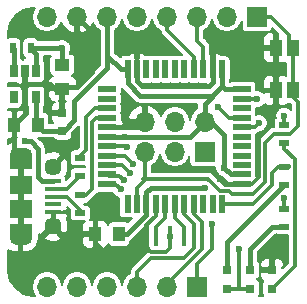
<source format=gbr>
G04 #@! TF.FileFunction,Copper,L1,Top,Signal*
%FSLAX46Y46*%
G04 Gerber Fmt 4.6, Leading zero omitted, Abs format (unit mm)*
G04 Created by KiCad (PCBNEW 4.0.7) date 08/21/18 22:00:11*
%MOMM*%
%LPD*%
G01*
G04 APERTURE LIST*
%ADD10C,0.100000*%
%ADD11R,0.800000X0.800000*%
%ADD12R,0.400000X1.800000*%
%ADD13R,1.050000X1.400000*%
%ADD14R,1.250000X1.000000*%
%ADD15R,0.750000X0.800000*%
%ADD16R,1.000000X1.250000*%
%ADD17R,1.700000X1.700000*%
%ADD18O,1.700000X1.700000*%
%ADD19R,0.900000X0.500000*%
%ADD20R,0.500000X0.900000*%
%ADD21R,1.500000X0.550000*%
%ADD22R,0.550000X1.500000*%
%ADD23R,0.650000X1.060000*%
%ADD24R,1.900000X1.500000*%
%ADD25C,1.450000*%
%ADD26R,1.350000X0.400000*%
%ADD27O,1.900000X1.200000*%
%ADD28R,1.900000X1.200000*%
%ADD29C,0.600000*%
%ADD30C,0.406400*%
%ADD31C,0.304800*%
%ADD32C,0.250000*%
%ADD33C,0.200000*%
G04 APERTURE END LIST*
D10*
D11*
X161290000Y-110655000D03*
X161290000Y-109055000D03*
D12*
X157664000Y-106172000D03*
X156464000Y-106172000D03*
X155264000Y-106172000D03*
D13*
X166841000Y-90275000D03*
X166841000Y-93875000D03*
X165416000Y-90275000D03*
X165416000Y-93875000D03*
D14*
X147320000Y-91710000D03*
X147320000Y-93710000D03*
D15*
X147320000Y-95770000D03*
X147320000Y-97270000D03*
D16*
X152130000Y-106045000D03*
X150130000Y-106045000D03*
X145272000Y-96774000D03*
X143272000Y-96774000D03*
D17*
X159385000Y-99060000D03*
D18*
X159385000Y-96520000D03*
X156845000Y-99060000D03*
X156845000Y-96520000D03*
X154305000Y-99060000D03*
X154305000Y-96520000D03*
D11*
X163195000Y-110655000D03*
X163195000Y-109055000D03*
X165100000Y-110655000D03*
X165100000Y-109055000D03*
D17*
X158750000Y-110490000D03*
D18*
X156210000Y-110490000D03*
X153670000Y-110490000D03*
X151130000Y-110490000D03*
X148590000Y-110490000D03*
X146050000Y-110490000D03*
D17*
X163830000Y-87630000D03*
D18*
X161290000Y-87630000D03*
X158750000Y-87630000D03*
X156210000Y-87630000D03*
X153670000Y-87630000D03*
X151130000Y-87630000D03*
X148590000Y-87630000D03*
X146050000Y-87630000D03*
D19*
X166116000Y-100342000D03*
X166116000Y-101842000D03*
X166116000Y-103898000D03*
X166116000Y-105398000D03*
X148844000Y-102755000D03*
X148844000Y-104255000D03*
X148844000Y-99580000D03*
X148844000Y-101080000D03*
X166116000Y-98286000D03*
X166116000Y-96786000D03*
D20*
X143141000Y-90297000D03*
X144641000Y-90297000D03*
D21*
X151145000Y-93790000D03*
X151145000Y-94590000D03*
X151145000Y-95390000D03*
X151145000Y-96190000D03*
X151145000Y-96990000D03*
X151145000Y-97790000D03*
X151145000Y-98590000D03*
X151145000Y-99390000D03*
X151145000Y-100190000D03*
X151145000Y-100990000D03*
X151145000Y-101790000D03*
D22*
X152845000Y-103490000D03*
X153645000Y-103490000D03*
X154445000Y-103490000D03*
X155245000Y-103490000D03*
X156045000Y-103490000D03*
X156845000Y-103490000D03*
X157645000Y-103490000D03*
X158445000Y-103490000D03*
X159245000Y-103490000D03*
X160045000Y-103490000D03*
X160845000Y-103490000D03*
D21*
X162545000Y-101790000D03*
X162545000Y-100990000D03*
X162545000Y-100190000D03*
X162545000Y-99390000D03*
X162545000Y-98590000D03*
X162545000Y-97790000D03*
X162545000Y-96990000D03*
X162545000Y-96190000D03*
X162545000Y-95390000D03*
X162545000Y-94590000D03*
X162545000Y-93790000D03*
D22*
X160845000Y-92090000D03*
X160045000Y-92090000D03*
X159245000Y-92090000D03*
X158445000Y-92090000D03*
X157645000Y-92090000D03*
X156845000Y-92090000D03*
X156045000Y-92090000D03*
X155245000Y-92090000D03*
X154445000Y-92090000D03*
X153645000Y-92090000D03*
X152845000Y-92090000D03*
D23*
X145095000Y-92245000D03*
X144145000Y-92245000D03*
X143195000Y-92245000D03*
X143195000Y-94445000D03*
X145095000Y-94445000D03*
D24*
X143795000Y-103870000D03*
D25*
X146495000Y-100370000D03*
D26*
X146495000Y-102220000D03*
X146495000Y-101570000D03*
X146495000Y-104170000D03*
X146495000Y-103520000D03*
X146495000Y-102870000D03*
D25*
X146495000Y-105370000D03*
D24*
X143795000Y-101870000D03*
D27*
X143795000Y-99370000D03*
X143795000Y-106370000D03*
D28*
X143795000Y-105770000D03*
X143795000Y-99970000D03*
D29*
X160655000Y-101346000D03*
X164592000Y-107315000D03*
X153289000Y-106807000D03*
X147320000Y-94869000D03*
X155067000Y-93472000D03*
X152781000Y-98679000D03*
X163830000Y-94615000D03*
X166116000Y-96012000D03*
X160528000Y-95250000D03*
X163957000Y-96647000D03*
X160020000Y-105156000D03*
X153035000Y-100838000D03*
X152527000Y-101473000D03*
X152273000Y-102235000D03*
X153289000Y-100076000D03*
X166116000Y-102997000D03*
X147320000Y-90297000D03*
X161036000Y-100457000D03*
X162306000Y-107315000D03*
X152654000Y-97790000D03*
X159385000Y-102108000D03*
X144145000Y-98171000D03*
D30*
X162545000Y-101790000D02*
X161099000Y-101790000D01*
X161099000Y-101790000D02*
X160655000Y-101346000D01*
D31*
X165100000Y-109055000D02*
X165100000Y-107823000D01*
X165100000Y-107823000D02*
X164592000Y-107315000D01*
X153289000Y-106807000D02*
X154432000Y-106807000D01*
D30*
X147320000Y-93710000D02*
X146669000Y-93710000D01*
X146304000Y-93345000D02*
X144145000Y-93345000D01*
X146669000Y-93710000D02*
X146304000Y-93345000D01*
X160045000Y-92090000D02*
X160045000Y-90526000D01*
X160296000Y-90275000D02*
X165416000Y-90275000D01*
X160045000Y-90526000D02*
X160296000Y-90275000D01*
D31*
X162545000Y-101790000D02*
X163386000Y-101790000D01*
X165416000Y-95442000D02*
X165416000Y-93875000D01*
X164973000Y-95885000D02*
X165416000Y-95442000D01*
X164973000Y-96774000D02*
X164973000Y-95885000D01*
X163957000Y-97790000D02*
X164973000Y-96774000D01*
X163957000Y-101219000D02*
X163957000Y-97790000D01*
X163386000Y-101790000D02*
X163957000Y-101219000D01*
X165416000Y-90275000D02*
X165416000Y-93875000D01*
D30*
X155067000Y-93472000D02*
X159766000Y-93472000D01*
X160045000Y-93193000D02*
X160045000Y-92090000D01*
X159766000Y-93472000D02*
X160045000Y-93193000D01*
X153670000Y-93091000D02*
X153670000Y-92115000D01*
X154051000Y-93472000D02*
X153670000Y-93091000D01*
X155067000Y-93472000D02*
X154051000Y-93472000D01*
X153670000Y-92115000D02*
X153645000Y-92090000D01*
D31*
X150130000Y-106045000D02*
X150130000Y-106696000D01*
X153924000Y-107696000D02*
X154432000Y-107188000D01*
X151130000Y-107696000D02*
X153924000Y-107696000D01*
X150130000Y-106696000D02*
X151130000Y-107696000D01*
D30*
X150130000Y-106045000D02*
X147170000Y-106045000D01*
X147170000Y-106045000D02*
X146495000Y-105370000D01*
D31*
X156464000Y-106172000D02*
X156464000Y-107188000D01*
X156464000Y-107188000D02*
X156083000Y-107569000D01*
X156083000Y-107569000D02*
X154813000Y-107569000D01*
X154813000Y-107569000D02*
X154432000Y-107188000D01*
X155245000Y-104470000D02*
X155245000Y-103490000D01*
X154432000Y-105283000D02*
X155245000Y-104470000D01*
X154432000Y-106172000D02*
X154432000Y-105283000D01*
X154432000Y-107188000D02*
X154432000Y-106807000D01*
X154432000Y-106807000D02*
X154432000Y-106172000D01*
D30*
X151145000Y-96990000D02*
X153835000Y-96990000D01*
D31*
X153835000Y-96990000D02*
X154305000Y-96520000D01*
D30*
X146495000Y-104170000D02*
X146495000Y-105370000D01*
X143795000Y-99370000D02*
X143795000Y-106370000D01*
X143272000Y-96774000D02*
X143272000Y-98847000D01*
X143272000Y-98847000D02*
X143795000Y-99370000D01*
X144145000Y-92245000D02*
X144145000Y-93345000D01*
X144145000Y-93345000D02*
X144145000Y-95901000D01*
X144145000Y-95901000D02*
X143272000Y-96774000D01*
X147320000Y-93710000D02*
X147320000Y-94869000D01*
X147320000Y-94869000D02*
X147320000Y-95770000D01*
X149606000Y-92583000D02*
X148590000Y-93599000D01*
X148590000Y-87630000D02*
X149860000Y-88900000D01*
X149860000Y-92329000D02*
X149860000Y-88900000D01*
X149606000Y-92583000D02*
X149860000Y-92329000D01*
X148590000Y-93599000D02*
X147431000Y-93599000D01*
X147431000Y-93599000D02*
X147320000Y-93710000D01*
X147320000Y-93710000D02*
X147463000Y-93710000D01*
X143272000Y-96774000D02*
X143272000Y-96758000D01*
D31*
X152692000Y-98590000D02*
X152781000Y-98679000D01*
X151145000Y-98590000D02*
X152692000Y-98590000D01*
X166116000Y-96786000D02*
X166116000Y-96012000D01*
X163805000Y-94590000D02*
X162545000Y-94590000D01*
X163830000Y-94615000D02*
X163805000Y-94590000D01*
X162545000Y-96190000D02*
X161468000Y-96190000D01*
X161468000Y-96190000D02*
X160528000Y-95250000D01*
X158750000Y-110490000D02*
X158750000Y-108585000D01*
X163614000Y-96990000D02*
X162545000Y-96990000D01*
X163957000Y-96647000D02*
X163614000Y-96990000D01*
X160020000Y-107315000D02*
X160020000Y-105156000D01*
X158750000Y-108585000D02*
X160020000Y-107315000D01*
X157645000Y-103490000D02*
X157645000Y-104305000D01*
X153670000Y-109220000D02*
X153670000Y-110490000D01*
X154813000Y-108077000D02*
X153670000Y-109220000D01*
X157607000Y-108077000D02*
X154813000Y-108077000D01*
X158496000Y-107188000D02*
X157607000Y-108077000D01*
X158496000Y-105156000D02*
X158496000Y-107188000D01*
X157645000Y-104305000D02*
X158496000Y-105156000D01*
X156210000Y-110490000D02*
X156210000Y-110236000D01*
X156210000Y-110236000D02*
X159131000Y-107315000D01*
X159131000Y-107315000D02*
X159131000Y-105029000D01*
X159131000Y-105029000D02*
X158445000Y-104343000D01*
X158445000Y-104343000D02*
X158445000Y-103490000D01*
X159245000Y-92090000D02*
X159245000Y-90157000D01*
X158750000Y-89662000D02*
X158750000Y-87630000D01*
X159245000Y-90157000D02*
X158750000Y-89662000D01*
X158445000Y-92090000D02*
X158445000Y-91008000D01*
X156210000Y-88773000D02*
X156210000Y-87630000D01*
X158445000Y-91008000D02*
X156210000Y-88773000D01*
X152159000Y-100190000D02*
X151145000Y-100190000D01*
X152387000Y-100190000D02*
X152159000Y-100190000D01*
X153035000Y-100838000D02*
X152387000Y-100190000D01*
X152527000Y-101473000D02*
X152146000Y-101092000D01*
X152146000Y-101092000D02*
X151247000Y-101092000D01*
X151247000Y-101092000D02*
X151145000Y-100990000D01*
X152502000Y-101498000D02*
X152527000Y-101473000D01*
X152273000Y-102235000D02*
X151892000Y-101854000D01*
X151892000Y-101854000D02*
X151209000Y-101854000D01*
X151209000Y-101854000D02*
X151145000Y-101790000D01*
X146495000Y-102870000D02*
X147701000Y-102870000D01*
X147701000Y-102870000D02*
X148844000Y-104013000D01*
X148844000Y-104013000D02*
X148844000Y-104255000D01*
X146495000Y-102220000D02*
X147704000Y-102220000D01*
X147704000Y-102220000D02*
X148844000Y-101080000D01*
D30*
X143195000Y-92245000D02*
X143195000Y-90351000D01*
X143195000Y-90351000D02*
X143141000Y-90297000D01*
D31*
X155264000Y-106172000D02*
X155264000Y-105467000D01*
X155264000Y-105467000D02*
X156045000Y-104686000D01*
X156045000Y-104686000D02*
X156045000Y-103490000D01*
X157664000Y-106172000D02*
X157664000Y-105467000D01*
X157664000Y-105467000D02*
X156845000Y-104648000D01*
X156845000Y-104648000D02*
X156845000Y-103490000D01*
X151145000Y-99390000D02*
X152603000Y-99390000D01*
X152603000Y-99390000D02*
X153289000Y-100076000D01*
X166116000Y-103898000D02*
X166116000Y-102997000D01*
X160845000Y-103490000D02*
X163464000Y-103490000D01*
X163464000Y-103490000D02*
X165100000Y-101854000D01*
X165100000Y-101854000D02*
X165100000Y-100838000D01*
X165100000Y-100838000D02*
X165596000Y-100342000D01*
X165596000Y-100342000D02*
X166116000Y-100342000D01*
D30*
X166294500Y-100278500D02*
X166433500Y-100278500D01*
X144641000Y-90297000D02*
X147320000Y-90297000D01*
X145095000Y-92245000D02*
X145095000Y-90751000D01*
X145095000Y-90751000D02*
X144641000Y-90297000D01*
X147320000Y-90297000D02*
X147320000Y-91710000D01*
X147220000Y-91610000D02*
X147320000Y-91710000D01*
D31*
X161671000Y-102616000D02*
X161417000Y-102362000D01*
X164465000Y-98298000D02*
X165227000Y-97536000D01*
X165227000Y-97536000D02*
X166624000Y-97536000D01*
X166624000Y-97536000D02*
X167259000Y-96901000D01*
X167259000Y-96901000D02*
X167259000Y-94849000D01*
X166535000Y-94125000D02*
X167259000Y-94849000D01*
X161671000Y-102616000D02*
X163449000Y-102616000D01*
X163449000Y-102616000D02*
X164465000Y-101600000D01*
X164465000Y-101600000D02*
X164465000Y-98298000D01*
X160655000Y-102362000D02*
X159639000Y-101346000D01*
X161417000Y-102362000D02*
X160655000Y-102362000D01*
X159639000Y-101346000D02*
X159639000Y-101473000D01*
X159639000Y-101473000D02*
X159639000Y-101346000D01*
X166841000Y-90275000D02*
X166841000Y-93875000D01*
X154178000Y-101346000D02*
X159639000Y-101346000D01*
X154305000Y-101473000D02*
X154178000Y-101346000D01*
X166535000Y-90025000D02*
X166535000Y-89192000D01*
X164973000Y-87630000D02*
X163830000Y-87630000D01*
X166535000Y-89192000D02*
X164973000Y-87630000D01*
X154305000Y-99060000D02*
X154305000Y-101473000D01*
X153645000Y-103490000D02*
X153645000Y-102133000D01*
X154305000Y-101473000D02*
X154305000Y-99187000D01*
X153645000Y-102133000D02*
X154305000Y-101473000D01*
X148844000Y-102755000D02*
X149340000Y-102755000D01*
X149340000Y-102755000D02*
X149860000Y-102235000D01*
X149860000Y-102235000D02*
X149860000Y-96520000D01*
X149860000Y-96520000D02*
X150190000Y-96190000D01*
X150190000Y-96190000D02*
X151145000Y-96190000D01*
X148844000Y-99441000D02*
X149352000Y-98933000D01*
X150101000Y-95390000D02*
X151145000Y-95390000D01*
X149352000Y-96139000D02*
X150101000Y-95390000D01*
X149352000Y-98933000D02*
X149352000Y-96139000D01*
X148844000Y-99580000D02*
X148844000Y-99441000D01*
X162306000Y-110655000D02*
X162306000Y-107315000D01*
D32*
X161290000Y-110617000D02*
X161290000Y-110655000D01*
D31*
X163195000Y-110655000D02*
X162306000Y-110655000D01*
X162306000Y-110655000D02*
X161290000Y-110655000D01*
D30*
X154445000Y-102476000D02*
X154813000Y-102108000D01*
X154445000Y-102476000D02*
X154445000Y-103490000D01*
X154813000Y-102108000D02*
X159385000Y-102108000D01*
X159385000Y-94996000D02*
X159385000Y-96520000D01*
X162545000Y-100990000D02*
X161569000Y-100990000D01*
X161569000Y-100990000D02*
X161036000Y-100457000D01*
X161036000Y-97663000D02*
X159893000Y-96520000D01*
X161036000Y-100457000D02*
X161036000Y-97663000D01*
X159893000Y-96520000D02*
X159385000Y-96520000D01*
X162545000Y-93790000D02*
X161099000Y-93790000D01*
X161099000Y-93790000D02*
X160845000Y-93536000D01*
X152130000Y-106045000D02*
X152781000Y-106045000D01*
X152781000Y-106045000D02*
X154445000Y-104381000D01*
X154445000Y-104381000D02*
X154445000Y-103490000D01*
X147320000Y-97270000D02*
X147459000Y-97270000D01*
X147459000Y-97270000D02*
X148336000Y-96393000D01*
X151130000Y-91948000D02*
X151130000Y-90678000D01*
X148336000Y-94742000D02*
X151130000Y-91948000D01*
X148336000Y-96393000D02*
X148336000Y-94742000D01*
X151145000Y-97790000D02*
X152654000Y-97790000D01*
X152654000Y-97790000D02*
X158115000Y-97790000D01*
X158115000Y-97790000D02*
X159385000Y-96520000D01*
X160591000Y-93790000D02*
X159385000Y-94996000D01*
X152845000Y-92090000D02*
X152845000Y-93282000D01*
X160845000Y-93536000D02*
X160845000Y-92090000D01*
X160020000Y-94361000D02*
X160845000Y-93536000D01*
X153924000Y-94361000D02*
X160020000Y-94361000D01*
X152845000Y-93282000D02*
X153924000Y-94361000D01*
X152845000Y-92090000D02*
X152288000Y-92090000D01*
X151130000Y-90932000D02*
X151130000Y-90678000D01*
X151130000Y-90678000D02*
X151130000Y-87630000D01*
X152288000Y-92090000D02*
X151130000Y-90932000D01*
X145272000Y-96774000D02*
X145272000Y-96885000D01*
X145272000Y-96885000D02*
X145657000Y-97270000D01*
X145657000Y-97270000D02*
X147320000Y-97270000D01*
X145095000Y-94445000D02*
X145095000Y-96597000D01*
X145095000Y-96597000D02*
X145272000Y-96774000D01*
X145272000Y-96774000D02*
X145272000Y-96663000D01*
X145095000Y-94935000D02*
X145095000Y-94445000D01*
D31*
X166116000Y-98286000D02*
X166116000Y-98806000D01*
X167005000Y-108750000D02*
X165100000Y-110655000D01*
X167005000Y-99695000D02*
X167005000Y-108750000D01*
X166116000Y-98806000D02*
X167005000Y-99695000D01*
D30*
X166116000Y-98286000D02*
X166116000Y-98425000D01*
X144145000Y-98171000D02*
X144653000Y-98171000D01*
X145288000Y-101219000D02*
X145639000Y-101570000D01*
X146495000Y-101570000D02*
X145639000Y-101570000D01*
X145288000Y-98806000D02*
X145288000Y-101219000D01*
X144653000Y-98171000D02*
X145288000Y-98806000D01*
X161290000Y-106668000D02*
X166116000Y-101842000D01*
X161290000Y-109055000D02*
X161290000Y-106668000D01*
X165112000Y-105398000D02*
X166116000Y-105398000D01*
X163195000Y-109055000D02*
X163195000Y-107315000D01*
X163195000Y-107315000D02*
X165112000Y-105398000D01*
D33*
G36*
X165487495Y-106070668D02*
X165666000Y-106106816D01*
X166402600Y-106106816D01*
X166402600Y-108500478D01*
X166002080Y-108900998D01*
X165956002Y-108900998D01*
X166108000Y-108749000D01*
X166108000Y-108534061D01*
X166015437Y-108310595D01*
X165844404Y-108139562D01*
X165620938Y-108047000D01*
X165406000Y-108047000D01*
X165254000Y-108199000D01*
X165254000Y-108901000D01*
X165274000Y-108901000D01*
X165274000Y-109209000D01*
X165254000Y-109209000D01*
X165254000Y-109229000D01*
X164946000Y-109229000D01*
X164946000Y-109209000D01*
X164244000Y-109209000D01*
X164092000Y-109361000D01*
X164092000Y-109575939D01*
X164184563Y-109799405D01*
X164352151Y-109966993D01*
X164277332Y-110076495D01*
X164241184Y-110255000D01*
X164241184Y-111055000D01*
X164272562Y-111221760D01*
X164281082Y-111235000D01*
X164016647Y-111235000D01*
X164017668Y-111233505D01*
X164053816Y-111055000D01*
X164053816Y-110255000D01*
X164022438Y-110088240D01*
X163923883Y-109935081D01*
X163805574Y-109854244D01*
X163914919Y-109783883D01*
X164017668Y-109633505D01*
X164053816Y-109455000D01*
X164053816Y-108655000D01*
X164031060Y-108534061D01*
X164092000Y-108534061D01*
X164092000Y-108749000D01*
X164244000Y-108901000D01*
X164946000Y-108901000D01*
X164946000Y-108199000D01*
X164794000Y-108047000D01*
X164579062Y-108047000D01*
X164355596Y-108139562D01*
X164184563Y-108310595D01*
X164092000Y-108534061D01*
X164031060Y-108534061D01*
X164022438Y-108488240D01*
X163923883Y-108335081D01*
X163848200Y-108283369D01*
X163848200Y-107585564D01*
X165382564Y-106051200D01*
X165459003Y-106051200D01*
X165487495Y-106070668D01*
X165487495Y-106070668D01*
G37*
X165487495Y-106070668D02*
X165666000Y-106106816D01*
X166402600Y-106106816D01*
X166402600Y-108500478D01*
X166002080Y-108900998D01*
X165956002Y-108900998D01*
X166108000Y-108749000D01*
X166108000Y-108534061D01*
X166015437Y-108310595D01*
X165844404Y-108139562D01*
X165620938Y-108047000D01*
X165406000Y-108047000D01*
X165254000Y-108199000D01*
X165254000Y-108901000D01*
X165274000Y-108901000D01*
X165274000Y-109209000D01*
X165254000Y-109209000D01*
X165254000Y-109229000D01*
X164946000Y-109229000D01*
X164946000Y-109209000D01*
X164244000Y-109209000D01*
X164092000Y-109361000D01*
X164092000Y-109575939D01*
X164184563Y-109799405D01*
X164352151Y-109966993D01*
X164277332Y-110076495D01*
X164241184Y-110255000D01*
X164241184Y-111055000D01*
X164272562Y-111221760D01*
X164281082Y-111235000D01*
X164016647Y-111235000D01*
X164017668Y-111233505D01*
X164053816Y-111055000D01*
X164053816Y-110255000D01*
X164022438Y-110088240D01*
X163923883Y-109935081D01*
X163805574Y-109854244D01*
X163914919Y-109783883D01*
X164017668Y-109633505D01*
X164053816Y-109455000D01*
X164053816Y-108655000D01*
X164031060Y-108534061D01*
X164092000Y-108534061D01*
X164092000Y-108749000D01*
X164244000Y-108901000D01*
X164946000Y-108901000D01*
X164946000Y-108199000D01*
X164794000Y-108047000D01*
X164579062Y-108047000D01*
X164355596Y-108139562D01*
X164184563Y-108310595D01*
X164092000Y-108534061D01*
X164031060Y-108534061D01*
X164022438Y-108488240D01*
X163923883Y-108335081D01*
X163848200Y-108283369D01*
X163848200Y-107585564D01*
X165382564Y-106051200D01*
X165459003Y-106051200D01*
X165487495Y-106070668D01*
G36*
X143949000Y-101716000D02*
X143969000Y-101716000D01*
X143969000Y-102024000D01*
X143949000Y-102024000D01*
X143949000Y-103716000D01*
X143969000Y-103716000D01*
X143969000Y-104024000D01*
X143949000Y-104024000D01*
X143949000Y-107578000D01*
X144299000Y-107578000D01*
X144749559Y-107427113D01*
X145108079Y-107115290D01*
X145304302Y-106709535D01*
X145279253Y-106668979D01*
X145353000Y-106490939D01*
X145353000Y-106325479D01*
X145757310Y-106325479D01*
X145825866Y-106552985D01*
X146329509Y-106719002D01*
X146858348Y-106679646D01*
X147164134Y-106552985D01*
X147224999Y-106351000D01*
X149022000Y-106351000D01*
X149022000Y-106790938D01*
X149114562Y-107014404D01*
X149285595Y-107185437D01*
X149509061Y-107278000D01*
X149824000Y-107278000D01*
X149976000Y-107126000D01*
X149976000Y-106199000D01*
X149174000Y-106199000D01*
X149022000Y-106351000D01*
X147224999Y-106351000D01*
X147232690Y-106325479D01*
X146495000Y-105587789D01*
X145757310Y-106325479D01*
X145353000Y-106325479D01*
X145353000Y-106076000D01*
X145317911Y-106040911D01*
X145539521Y-106107690D01*
X146277211Y-105370000D01*
X146263069Y-105355858D01*
X146480858Y-105138069D01*
X146495000Y-105152211D01*
X146509142Y-105138069D01*
X146726931Y-105355858D01*
X146712789Y-105370000D01*
X147450479Y-106107690D01*
X147677985Y-106039134D01*
X147844002Y-105535491D01*
X147804646Y-105006652D01*
X147684133Y-104715709D01*
X147685437Y-104714405D01*
X147778000Y-104490939D01*
X147778000Y-104422000D01*
X147626000Y-104270000D01*
X147189140Y-104270000D01*
X147164134Y-104187015D01*
X147139261Y-104178816D01*
X147170000Y-104178816D01*
X147336760Y-104147438D01*
X147457102Y-104070000D01*
X147626000Y-104070000D01*
X147778000Y-103918000D01*
X147778000Y-103849061D01*
X147742546Y-103763468D01*
X147943418Y-103964340D01*
X147935184Y-104005000D01*
X147935184Y-104505000D01*
X147966562Y-104671760D01*
X148065117Y-104824919D01*
X148215495Y-104927668D01*
X148394000Y-104963816D01*
X149226342Y-104963816D01*
X149114562Y-105075596D01*
X149022000Y-105299062D01*
X149022000Y-105739000D01*
X149174000Y-105891000D01*
X149976000Y-105891000D01*
X149976000Y-104964000D01*
X149824000Y-104812000D01*
X149628871Y-104812000D01*
X149716668Y-104683505D01*
X149752816Y-104505000D01*
X149752816Y-104005000D01*
X149721438Y-103838240D01*
X149622883Y-103685081D01*
X149472505Y-103582332D01*
X149294000Y-103546184D01*
X149229106Y-103546184D01*
X149146738Y-103463816D01*
X149294000Y-103463816D01*
X149460760Y-103432438D01*
X149613919Y-103333883D01*
X149678456Y-103239430D01*
X149765961Y-103180961D01*
X150285961Y-102660961D01*
X150379673Y-102520712D01*
X150395000Y-102523816D01*
X151580835Y-102523816D01*
X151636811Y-102659286D01*
X151847605Y-102870448D01*
X152111184Y-102979896D01*
X152111184Y-104240000D01*
X152142562Y-104406760D01*
X152241117Y-104559919D01*
X152391495Y-104662668D01*
X152570000Y-104698816D01*
X153120000Y-104698816D01*
X153222755Y-104679481D01*
X152865774Y-105036462D01*
X152808505Y-104997332D01*
X152630000Y-104961184D01*
X151630000Y-104961184D01*
X151463240Y-104992562D01*
X151310081Y-105091117D01*
X151211580Y-105235278D01*
X151145438Y-105075596D01*
X150974405Y-104904563D01*
X150750939Y-104812000D01*
X150436000Y-104812000D01*
X150284000Y-104964000D01*
X150284000Y-105891000D01*
X150304000Y-105891000D01*
X150304000Y-106199000D01*
X150284000Y-106199000D01*
X150284000Y-107126000D01*
X150436000Y-107278000D01*
X150750939Y-107278000D01*
X150974405Y-107185437D01*
X151145438Y-107014404D01*
X151212575Y-106852320D01*
X151301117Y-106989919D01*
X151451495Y-107092668D01*
X151630000Y-107128816D01*
X152630000Y-107128816D01*
X152796760Y-107097438D01*
X152949919Y-106998883D01*
X153052668Y-106848505D01*
X153088816Y-106670000D01*
X153088816Y-106609826D01*
X153242882Y-106506882D01*
X154637539Y-105112225D01*
X154605184Y-105272000D01*
X154605184Y-107072000D01*
X154636562Y-107238760D01*
X154735117Y-107391919D01*
X154856125Y-107474600D01*
X154813000Y-107474600D01*
X154582471Y-107520455D01*
X154387039Y-107651039D01*
X153244039Y-108794039D01*
X153113455Y-108989471D01*
X153076360Y-109175961D01*
X153067600Y-109220000D01*
X153067600Y-109333588D01*
X152750761Y-109545292D01*
X152468957Y-109967043D01*
X152400000Y-110313712D01*
X152331043Y-109967043D01*
X152049239Y-109545292D01*
X151627488Y-109263488D01*
X151130000Y-109164531D01*
X150632512Y-109263488D01*
X150210761Y-109545292D01*
X149928957Y-109967043D01*
X149860000Y-110313712D01*
X149791043Y-109967043D01*
X149509239Y-109545292D01*
X149087488Y-109263488D01*
X148590000Y-109164531D01*
X148092512Y-109263488D01*
X147670761Y-109545292D01*
X147388957Y-109967043D01*
X147320000Y-110313712D01*
X147251043Y-109967043D01*
X146969239Y-109545292D01*
X146547488Y-109263488D01*
X146050000Y-109164531D01*
X145552512Y-109263488D01*
X145130761Y-109545292D01*
X144848957Y-109967043D01*
X144750000Y-110464531D01*
X144750000Y-110515469D01*
X144848957Y-111012957D01*
X144997321Y-111235000D01*
X144831706Y-111235000D01*
X144012829Y-111072115D01*
X143362453Y-110637548D01*
X142927885Y-109987171D01*
X142765000Y-109168294D01*
X142765000Y-107361498D01*
X142840441Y-107427113D01*
X143291000Y-107578000D01*
X143641000Y-107578000D01*
X143641000Y-104024000D01*
X143621000Y-104024000D01*
X143621000Y-103716000D01*
X143641000Y-103716000D01*
X143641000Y-102024000D01*
X143621000Y-102024000D01*
X143621000Y-101716000D01*
X143641000Y-101716000D01*
X143641000Y-99796000D01*
X143949000Y-99796000D01*
X143949000Y-101716000D01*
X143949000Y-101716000D01*
G37*
X143949000Y-101716000D02*
X143969000Y-101716000D01*
X143969000Y-102024000D01*
X143949000Y-102024000D01*
X143949000Y-103716000D01*
X143969000Y-103716000D01*
X143969000Y-104024000D01*
X143949000Y-104024000D01*
X143949000Y-107578000D01*
X144299000Y-107578000D01*
X144749559Y-107427113D01*
X145108079Y-107115290D01*
X145304302Y-106709535D01*
X145279253Y-106668979D01*
X145353000Y-106490939D01*
X145353000Y-106325479D01*
X145757310Y-106325479D01*
X145825866Y-106552985D01*
X146329509Y-106719002D01*
X146858348Y-106679646D01*
X147164134Y-106552985D01*
X147224999Y-106351000D01*
X149022000Y-106351000D01*
X149022000Y-106790938D01*
X149114562Y-107014404D01*
X149285595Y-107185437D01*
X149509061Y-107278000D01*
X149824000Y-107278000D01*
X149976000Y-107126000D01*
X149976000Y-106199000D01*
X149174000Y-106199000D01*
X149022000Y-106351000D01*
X147224999Y-106351000D01*
X147232690Y-106325479D01*
X146495000Y-105587789D01*
X145757310Y-106325479D01*
X145353000Y-106325479D01*
X145353000Y-106076000D01*
X145317911Y-106040911D01*
X145539521Y-106107690D01*
X146277211Y-105370000D01*
X146263069Y-105355858D01*
X146480858Y-105138069D01*
X146495000Y-105152211D01*
X146509142Y-105138069D01*
X146726931Y-105355858D01*
X146712789Y-105370000D01*
X147450479Y-106107690D01*
X147677985Y-106039134D01*
X147844002Y-105535491D01*
X147804646Y-105006652D01*
X147684133Y-104715709D01*
X147685437Y-104714405D01*
X147778000Y-104490939D01*
X147778000Y-104422000D01*
X147626000Y-104270000D01*
X147189140Y-104270000D01*
X147164134Y-104187015D01*
X147139261Y-104178816D01*
X147170000Y-104178816D01*
X147336760Y-104147438D01*
X147457102Y-104070000D01*
X147626000Y-104070000D01*
X147778000Y-103918000D01*
X147778000Y-103849061D01*
X147742546Y-103763468D01*
X147943418Y-103964340D01*
X147935184Y-104005000D01*
X147935184Y-104505000D01*
X147966562Y-104671760D01*
X148065117Y-104824919D01*
X148215495Y-104927668D01*
X148394000Y-104963816D01*
X149226342Y-104963816D01*
X149114562Y-105075596D01*
X149022000Y-105299062D01*
X149022000Y-105739000D01*
X149174000Y-105891000D01*
X149976000Y-105891000D01*
X149976000Y-104964000D01*
X149824000Y-104812000D01*
X149628871Y-104812000D01*
X149716668Y-104683505D01*
X149752816Y-104505000D01*
X149752816Y-104005000D01*
X149721438Y-103838240D01*
X149622883Y-103685081D01*
X149472505Y-103582332D01*
X149294000Y-103546184D01*
X149229106Y-103546184D01*
X149146738Y-103463816D01*
X149294000Y-103463816D01*
X149460760Y-103432438D01*
X149613919Y-103333883D01*
X149678456Y-103239430D01*
X149765961Y-103180961D01*
X150285961Y-102660961D01*
X150379673Y-102520712D01*
X150395000Y-102523816D01*
X151580835Y-102523816D01*
X151636811Y-102659286D01*
X151847605Y-102870448D01*
X152111184Y-102979896D01*
X152111184Y-104240000D01*
X152142562Y-104406760D01*
X152241117Y-104559919D01*
X152391495Y-104662668D01*
X152570000Y-104698816D01*
X153120000Y-104698816D01*
X153222755Y-104679481D01*
X152865774Y-105036462D01*
X152808505Y-104997332D01*
X152630000Y-104961184D01*
X151630000Y-104961184D01*
X151463240Y-104992562D01*
X151310081Y-105091117D01*
X151211580Y-105235278D01*
X151145438Y-105075596D01*
X150974405Y-104904563D01*
X150750939Y-104812000D01*
X150436000Y-104812000D01*
X150284000Y-104964000D01*
X150284000Y-105891000D01*
X150304000Y-105891000D01*
X150304000Y-106199000D01*
X150284000Y-106199000D01*
X150284000Y-107126000D01*
X150436000Y-107278000D01*
X150750939Y-107278000D01*
X150974405Y-107185437D01*
X151145438Y-107014404D01*
X151212575Y-106852320D01*
X151301117Y-106989919D01*
X151451495Y-107092668D01*
X151630000Y-107128816D01*
X152630000Y-107128816D01*
X152796760Y-107097438D01*
X152949919Y-106998883D01*
X153052668Y-106848505D01*
X153088816Y-106670000D01*
X153088816Y-106609826D01*
X153242882Y-106506882D01*
X154637539Y-105112225D01*
X154605184Y-105272000D01*
X154605184Y-107072000D01*
X154636562Y-107238760D01*
X154735117Y-107391919D01*
X154856125Y-107474600D01*
X154813000Y-107474600D01*
X154582471Y-107520455D01*
X154387039Y-107651039D01*
X153244039Y-108794039D01*
X153113455Y-108989471D01*
X153076360Y-109175961D01*
X153067600Y-109220000D01*
X153067600Y-109333588D01*
X152750761Y-109545292D01*
X152468957Y-109967043D01*
X152400000Y-110313712D01*
X152331043Y-109967043D01*
X152049239Y-109545292D01*
X151627488Y-109263488D01*
X151130000Y-109164531D01*
X150632512Y-109263488D01*
X150210761Y-109545292D01*
X149928957Y-109967043D01*
X149860000Y-110313712D01*
X149791043Y-109967043D01*
X149509239Y-109545292D01*
X149087488Y-109263488D01*
X148590000Y-109164531D01*
X148092512Y-109263488D01*
X147670761Y-109545292D01*
X147388957Y-109967043D01*
X147320000Y-110313712D01*
X147251043Y-109967043D01*
X146969239Y-109545292D01*
X146547488Y-109263488D01*
X146050000Y-109164531D01*
X145552512Y-109263488D01*
X145130761Y-109545292D01*
X144848957Y-109967043D01*
X144750000Y-110464531D01*
X144750000Y-110515469D01*
X144848957Y-111012957D01*
X144997321Y-111235000D01*
X144831706Y-111235000D01*
X144012829Y-111072115D01*
X143362453Y-110637548D01*
X142927885Y-109987171D01*
X142765000Y-109168294D01*
X142765000Y-107361498D01*
X142840441Y-107427113D01*
X143291000Y-107578000D01*
X143641000Y-107578000D01*
X143641000Y-104024000D01*
X143621000Y-104024000D01*
X143621000Y-103716000D01*
X143641000Y-103716000D01*
X143641000Y-102024000D01*
X143621000Y-102024000D01*
X143621000Y-101716000D01*
X143641000Y-101716000D01*
X143641000Y-99796000D01*
X143949000Y-99796000D01*
X143949000Y-101716000D01*
G36*
X156564000Y-106018000D02*
X156638000Y-106018000D01*
X156638000Y-106326000D01*
X156564000Y-106326000D01*
X156564000Y-106346000D01*
X156364000Y-106346000D01*
X156364000Y-106326000D01*
X156290000Y-106326000D01*
X156290000Y-106018000D01*
X156364000Y-106018000D01*
X156364000Y-105998000D01*
X156564000Y-105998000D01*
X156564000Y-106018000D01*
X156564000Y-106018000D01*
G37*
X156564000Y-106018000D02*
X156638000Y-106018000D01*
X156638000Y-106326000D01*
X156564000Y-106326000D01*
X156564000Y-106346000D01*
X156364000Y-106346000D01*
X156364000Y-106326000D01*
X156290000Y-106326000D01*
X156290000Y-106018000D01*
X156364000Y-106018000D01*
X156364000Y-105998000D01*
X156564000Y-105998000D01*
X156564000Y-106018000D01*
G36*
X155311184Y-103664000D02*
X155178816Y-103664000D01*
X155178816Y-103316000D01*
X155311184Y-103316000D01*
X155311184Y-103664000D01*
X155311184Y-103664000D01*
G37*
X155311184Y-103664000D02*
X155178816Y-103664000D01*
X155178816Y-103316000D01*
X155311184Y-103316000D01*
X155311184Y-103664000D01*
G36*
X162719000Y-101927500D02*
X162699000Y-101927500D01*
X162699000Y-101964000D01*
X162391000Y-101964000D01*
X162391000Y-101927500D01*
X162371000Y-101927500D01*
X162371000Y-101723816D01*
X162719000Y-101723816D01*
X162719000Y-101927500D01*
X162719000Y-101927500D01*
G37*
X162719000Y-101927500D02*
X162699000Y-101927500D01*
X162699000Y-101964000D01*
X162391000Y-101964000D01*
X162391000Y-101927500D01*
X162371000Y-101927500D01*
X162371000Y-101723816D01*
X162719000Y-101723816D01*
X162719000Y-101927500D01*
G36*
X155643957Y-99582957D02*
X155925761Y-100004708D01*
X156347512Y-100286512D01*
X156845000Y-100385469D01*
X157342488Y-100286512D01*
X157764239Y-100004708D01*
X158046043Y-99582957D01*
X158076184Y-99431429D01*
X158076184Y-99910000D01*
X158107562Y-100076760D01*
X158206117Y-100229919D01*
X158356495Y-100332668D01*
X158535000Y-100368816D01*
X160235000Y-100368816D01*
X160286085Y-100359204D01*
X160285870Y-100605530D01*
X160399811Y-100881286D01*
X160610605Y-101092448D01*
X160845023Y-101189787D01*
X161107118Y-101451882D01*
X161201338Y-101514838D01*
X161322498Y-101635998D01*
X161187000Y-101635998D01*
X161187000Y-101759600D01*
X160904522Y-101759600D01*
X160064961Y-100920039D01*
X159869529Y-100789455D01*
X159639000Y-100743600D01*
X154907400Y-100743600D01*
X154907400Y-100216412D01*
X155224239Y-100004708D01*
X155506043Y-99582957D01*
X155575000Y-99236288D01*
X155643957Y-99582957D01*
X155643957Y-99582957D01*
G37*
X155643957Y-99582957D02*
X155925761Y-100004708D01*
X156347512Y-100286512D01*
X156845000Y-100385469D01*
X157342488Y-100286512D01*
X157764239Y-100004708D01*
X158046043Y-99582957D01*
X158076184Y-99431429D01*
X158076184Y-99910000D01*
X158107562Y-100076760D01*
X158206117Y-100229919D01*
X158356495Y-100332668D01*
X158535000Y-100368816D01*
X160235000Y-100368816D01*
X160286085Y-100359204D01*
X160285870Y-100605530D01*
X160399811Y-100881286D01*
X160610605Y-101092448D01*
X160845023Y-101189787D01*
X161107118Y-101451882D01*
X161201338Y-101514838D01*
X161322498Y-101635998D01*
X161187000Y-101635998D01*
X161187000Y-101759600D01*
X160904522Y-101759600D01*
X160064961Y-100920039D01*
X159869529Y-100789455D01*
X159639000Y-100743600D01*
X154907400Y-100743600D01*
X154907400Y-100216412D01*
X155224239Y-100004708D01*
X155506043Y-99582957D01*
X155575000Y-99236288D01*
X155643957Y-99582957D01*
G36*
X148749600Y-98683478D02*
X148561894Y-98871184D01*
X148394000Y-98871184D01*
X148227240Y-98902562D01*
X148074081Y-99001117D01*
X147971332Y-99151495D01*
X147935184Y-99330000D01*
X147935184Y-99830000D01*
X147966562Y-99996760D01*
X148065117Y-100149919D01*
X148215495Y-100252668D01*
X148394000Y-100288816D01*
X149257600Y-100288816D01*
X149257600Y-100371184D01*
X148394000Y-100371184D01*
X148227240Y-100402562D01*
X148074081Y-100501117D01*
X147971332Y-100651495D01*
X147935184Y-100830000D01*
X147935184Y-101136894D01*
X147628816Y-101443262D01*
X147628816Y-101370000D01*
X147597438Y-101203240D01*
X147522071Y-101086117D01*
X147677985Y-101039134D01*
X147844002Y-100535491D01*
X147804646Y-100006652D01*
X147677985Y-99700866D01*
X147450479Y-99632310D01*
X146712789Y-100370000D01*
X146726931Y-100384142D01*
X146509142Y-100601931D01*
X146495000Y-100587789D01*
X146480858Y-100601931D01*
X146263069Y-100384142D01*
X146277211Y-100370000D01*
X146263069Y-100355858D01*
X146480858Y-100138069D01*
X146495000Y-100152211D01*
X147232690Y-99414521D01*
X147164134Y-99187015D01*
X146660491Y-99020998D01*
X146131652Y-99060354D01*
X145941200Y-99139242D01*
X145941200Y-98806000D01*
X145891478Y-98556031D01*
X145749882Y-98344118D01*
X145263580Y-97857816D01*
X145383591Y-97857816D01*
X145407031Y-97873478D01*
X145657000Y-97923200D01*
X146573185Y-97923200D01*
X146616117Y-97989919D01*
X146766495Y-98092668D01*
X146945000Y-98128816D01*
X147695000Y-98128816D01*
X147861760Y-98097438D01*
X148014919Y-97998883D01*
X148117668Y-97848505D01*
X148153816Y-97670000D01*
X148153816Y-97498948D01*
X148749600Y-96903164D01*
X148749600Y-98683478D01*
X148749600Y-98683478D01*
G37*
X148749600Y-98683478D02*
X148561894Y-98871184D01*
X148394000Y-98871184D01*
X148227240Y-98902562D01*
X148074081Y-99001117D01*
X147971332Y-99151495D01*
X147935184Y-99330000D01*
X147935184Y-99830000D01*
X147966562Y-99996760D01*
X148065117Y-100149919D01*
X148215495Y-100252668D01*
X148394000Y-100288816D01*
X149257600Y-100288816D01*
X149257600Y-100371184D01*
X148394000Y-100371184D01*
X148227240Y-100402562D01*
X148074081Y-100501117D01*
X147971332Y-100651495D01*
X147935184Y-100830000D01*
X147935184Y-101136894D01*
X147628816Y-101443262D01*
X147628816Y-101370000D01*
X147597438Y-101203240D01*
X147522071Y-101086117D01*
X147677985Y-101039134D01*
X147844002Y-100535491D01*
X147804646Y-100006652D01*
X147677985Y-99700866D01*
X147450479Y-99632310D01*
X146712789Y-100370000D01*
X146726931Y-100384142D01*
X146509142Y-100601931D01*
X146495000Y-100587789D01*
X146480858Y-100601931D01*
X146263069Y-100384142D01*
X146277211Y-100370000D01*
X146263069Y-100355858D01*
X146480858Y-100138069D01*
X146495000Y-100152211D01*
X147232690Y-99414521D01*
X147164134Y-99187015D01*
X146660491Y-99020998D01*
X146131652Y-99060354D01*
X145941200Y-99139242D01*
X145941200Y-98806000D01*
X145891478Y-98556031D01*
X145749882Y-98344118D01*
X145263580Y-97857816D01*
X145383591Y-97857816D01*
X145407031Y-97873478D01*
X145657000Y-97923200D01*
X146573185Y-97923200D01*
X146616117Y-97989919D01*
X146766495Y-98092668D01*
X146945000Y-98128816D01*
X147695000Y-98128816D01*
X147861760Y-98097438D01*
X148014919Y-97998883D01*
X148117668Y-97848505D01*
X148153816Y-97670000D01*
X148153816Y-97498948D01*
X148749600Y-96903164D01*
X148749600Y-98683478D01*
G36*
X160088957Y-88152957D02*
X160370761Y-88574708D01*
X160792512Y-88856512D01*
X161290000Y-88955469D01*
X161787488Y-88856512D01*
X162209239Y-88574708D01*
X162491043Y-88152957D01*
X162521184Y-88001429D01*
X162521184Y-88480000D01*
X162552562Y-88646760D01*
X162651117Y-88799919D01*
X162801495Y-88902668D01*
X162980000Y-88938816D01*
X164680000Y-88938816D01*
X164846760Y-88907438D01*
X164999919Y-88808883D01*
X165102668Y-88658505D01*
X165110569Y-88619491D01*
X165590039Y-89098961D01*
X165570000Y-89119000D01*
X165570000Y-90121000D01*
X165590000Y-90121000D01*
X165590000Y-90429000D01*
X165570000Y-90429000D01*
X165570000Y-91431000D01*
X165722000Y-91583000D01*
X166061938Y-91583000D01*
X166238600Y-91509825D01*
X166238600Y-92640175D01*
X166061938Y-92567000D01*
X165722000Y-92567000D01*
X165570000Y-92719000D01*
X165570000Y-93721000D01*
X165590000Y-93721000D01*
X165590000Y-94029000D01*
X165570000Y-94029000D01*
X165570000Y-95031000D01*
X165722000Y-95183000D01*
X166061938Y-95183000D01*
X166285404Y-95090438D01*
X166342026Y-95033816D01*
X166591894Y-95033816D01*
X166656600Y-95098522D01*
X166656600Y-95491958D01*
X166541395Y-95376552D01*
X166265839Y-95262131D01*
X165967470Y-95261870D01*
X165691714Y-95375811D01*
X165480552Y-95586605D01*
X165366131Y-95862161D01*
X165365870Y-96160530D01*
X165376920Y-96187273D01*
X165346081Y-96207117D01*
X165243332Y-96357495D01*
X165207184Y-96536000D01*
X165207184Y-96937542D01*
X164996471Y-96979455D01*
X164801039Y-97110039D01*
X164039039Y-97872039D01*
X163908455Y-98067471D01*
X163887862Y-98171000D01*
X163862600Y-98298000D01*
X163862600Y-101296527D01*
X163810438Y-101170596D01*
X163753816Y-101113974D01*
X163753816Y-100715000D01*
X163729432Y-100585411D01*
X163753816Y-100465000D01*
X163753816Y-99915000D01*
X163729432Y-99785411D01*
X163753816Y-99665000D01*
X163753816Y-99115000D01*
X163729432Y-98985411D01*
X163753816Y-98865000D01*
X163753816Y-98315000D01*
X163729432Y-98185411D01*
X163753816Y-98065000D01*
X163753816Y-97564589D01*
X163844529Y-97546545D01*
X164039961Y-97415961D01*
X164058833Y-97397089D01*
X164105530Y-97397130D01*
X164381286Y-97283189D01*
X164592448Y-97072395D01*
X164706869Y-96796839D01*
X164707130Y-96498470D01*
X164593189Y-96222714D01*
X164382395Y-96011552D01*
X164106839Y-95897131D01*
X163808470Y-95896870D01*
X163753816Y-95919453D01*
X163753816Y-95915000D01*
X163729432Y-95785411D01*
X163753816Y-95665000D01*
X163753816Y-95364933D01*
X163978530Y-95365130D01*
X164254286Y-95251189D01*
X164465448Y-95040395D01*
X164474574Y-95018416D01*
X164546596Y-95090438D01*
X164770062Y-95183000D01*
X165110000Y-95183000D01*
X165262000Y-95031000D01*
X165262000Y-94029000D01*
X164435000Y-94029000D01*
X164369822Y-94094178D01*
X164255395Y-93979552D01*
X163979839Y-93865131D01*
X163753816Y-93864933D01*
X163753816Y-93515000D01*
X163722438Y-93348240D01*
X163623883Y-93195081D01*
X163473505Y-93092332D01*
X163295000Y-93056184D01*
X161795000Y-93056184D01*
X161628240Y-93087562D01*
X161551722Y-93136800D01*
X161498200Y-93136800D01*
X161498200Y-93083586D01*
X161518373Y-93054061D01*
X164283000Y-93054061D01*
X164283000Y-93569000D01*
X164435000Y-93721000D01*
X165262000Y-93721000D01*
X165262000Y-92719000D01*
X165110000Y-92567000D01*
X164770062Y-92567000D01*
X164546596Y-92659562D01*
X164375563Y-92830595D01*
X164283000Y-93054061D01*
X161518373Y-93054061D01*
X161542668Y-93018505D01*
X161578816Y-92840000D01*
X161578816Y-91340000D01*
X161547438Y-91173240D01*
X161448883Y-91020081D01*
X161298505Y-90917332D01*
X161120000Y-90881184D01*
X160721026Y-90881184D01*
X160664404Y-90824562D01*
X160440938Y-90732000D01*
X160334500Y-90732000D01*
X160182500Y-90884000D01*
X160182500Y-91110025D01*
X160147332Y-91161495D01*
X160111184Y-91340000D01*
X160111184Y-92264000D01*
X159978816Y-92264000D01*
X159978816Y-91340000D01*
X159947438Y-91173240D01*
X159907500Y-91111175D01*
X159907500Y-90884000D01*
X159847400Y-90823900D01*
X159847400Y-90581000D01*
X164283000Y-90581000D01*
X164283000Y-91095939D01*
X164375563Y-91319405D01*
X164546596Y-91490438D01*
X164770062Y-91583000D01*
X165110000Y-91583000D01*
X165262000Y-91431000D01*
X165262000Y-90429000D01*
X164435000Y-90429000D01*
X164283000Y-90581000D01*
X159847400Y-90581000D01*
X159847400Y-90157000D01*
X159825017Y-90044472D01*
X159801545Y-89926471D01*
X159670961Y-89731039D01*
X159393983Y-89454061D01*
X164283000Y-89454061D01*
X164283000Y-89969000D01*
X164435000Y-90121000D01*
X165262000Y-90121000D01*
X165262000Y-89119000D01*
X165110000Y-88967000D01*
X164770062Y-88967000D01*
X164546596Y-89059562D01*
X164375563Y-89230595D01*
X164283000Y-89454061D01*
X159393983Y-89454061D01*
X159352400Y-89412478D01*
X159352400Y-88786412D01*
X159669239Y-88574708D01*
X159951043Y-88152957D01*
X160020000Y-87806288D01*
X160088957Y-88152957D01*
X160088957Y-88152957D01*
G37*
X160088957Y-88152957D02*
X160370761Y-88574708D01*
X160792512Y-88856512D01*
X161290000Y-88955469D01*
X161787488Y-88856512D01*
X162209239Y-88574708D01*
X162491043Y-88152957D01*
X162521184Y-88001429D01*
X162521184Y-88480000D01*
X162552562Y-88646760D01*
X162651117Y-88799919D01*
X162801495Y-88902668D01*
X162980000Y-88938816D01*
X164680000Y-88938816D01*
X164846760Y-88907438D01*
X164999919Y-88808883D01*
X165102668Y-88658505D01*
X165110569Y-88619491D01*
X165590039Y-89098961D01*
X165570000Y-89119000D01*
X165570000Y-90121000D01*
X165590000Y-90121000D01*
X165590000Y-90429000D01*
X165570000Y-90429000D01*
X165570000Y-91431000D01*
X165722000Y-91583000D01*
X166061938Y-91583000D01*
X166238600Y-91509825D01*
X166238600Y-92640175D01*
X166061938Y-92567000D01*
X165722000Y-92567000D01*
X165570000Y-92719000D01*
X165570000Y-93721000D01*
X165590000Y-93721000D01*
X165590000Y-94029000D01*
X165570000Y-94029000D01*
X165570000Y-95031000D01*
X165722000Y-95183000D01*
X166061938Y-95183000D01*
X166285404Y-95090438D01*
X166342026Y-95033816D01*
X166591894Y-95033816D01*
X166656600Y-95098522D01*
X166656600Y-95491958D01*
X166541395Y-95376552D01*
X166265839Y-95262131D01*
X165967470Y-95261870D01*
X165691714Y-95375811D01*
X165480552Y-95586605D01*
X165366131Y-95862161D01*
X165365870Y-96160530D01*
X165376920Y-96187273D01*
X165346081Y-96207117D01*
X165243332Y-96357495D01*
X165207184Y-96536000D01*
X165207184Y-96937542D01*
X164996471Y-96979455D01*
X164801039Y-97110039D01*
X164039039Y-97872039D01*
X163908455Y-98067471D01*
X163887862Y-98171000D01*
X163862600Y-98298000D01*
X163862600Y-101296527D01*
X163810438Y-101170596D01*
X163753816Y-101113974D01*
X163753816Y-100715000D01*
X163729432Y-100585411D01*
X163753816Y-100465000D01*
X163753816Y-99915000D01*
X163729432Y-99785411D01*
X163753816Y-99665000D01*
X163753816Y-99115000D01*
X163729432Y-98985411D01*
X163753816Y-98865000D01*
X163753816Y-98315000D01*
X163729432Y-98185411D01*
X163753816Y-98065000D01*
X163753816Y-97564589D01*
X163844529Y-97546545D01*
X164039961Y-97415961D01*
X164058833Y-97397089D01*
X164105530Y-97397130D01*
X164381286Y-97283189D01*
X164592448Y-97072395D01*
X164706869Y-96796839D01*
X164707130Y-96498470D01*
X164593189Y-96222714D01*
X164382395Y-96011552D01*
X164106839Y-95897131D01*
X163808470Y-95896870D01*
X163753816Y-95919453D01*
X163753816Y-95915000D01*
X163729432Y-95785411D01*
X163753816Y-95665000D01*
X163753816Y-95364933D01*
X163978530Y-95365130D01*
X164254286Y-95251189D01*
X164465448Y-95040395D01*
X164474574Y-95018416D01*
X164546596Y-95090438D01*
X164770062Y-95183000D01*
X165110000Y-95183000D01*
X165262000Y-95031000D01*
X165262000Y-94029000D01*
X164435000Y-94029000D01*
X164369822Y-94094178D01*
X164255395Y-93979552D01*
X163979839Y-93865131D01*
X163753816Y-93864933D01*
X163753816Y-93515000D01*
X163722438Y-93348240D01*
X163623883Y-93195081D01*
X163473505Y-93092332D01*
X163295000Y-93056184D01*
X161795000Y-93056184D01*
X161628240Y-93087562D01*
X161551722Y-93136800D01*
X161498200Y-93136800D01*
X161498200Y-93083586D01*
X161518373Y-93054061D01*
X164283000Y-93054061D01*
X164283000Y-93569000D01*
X164435000Y-93721000D01*
X165262000Y-93721000D01*
X165262000Y-92719000D01*
X165110000Y-92567000D01*
X164770062Y-92567000D01*
X164546596Y-92659562D01*
X164375563Y-92830595D01*
X164283000Y-93054061D01*
X161518373Y-93054061D01*
X161542668Y-93018505D01*
X161578816Y-92840000D01*
X161578816Y-91340000D01*
X161547438Y-91173240D01*
X161448883Y-91020081D01*
X161298505Y-90917332D01*
X161120000Y-90881184D01*
X160721026Y-90881184D01*
X160664404Y-90824562D01*
X160440938Y-90732000D01*
X160334500Y-90732000D01*
X160182500Y-90884000D01*
X160182500Y-91110025D01*
X160147332Y-91161495D01*
X160111184Y-91340000D01*
X160111184Y-92264000D01*
X159978816Y-92264000D01*
X159978816Y-91340000D01*
X159947438Y-91173240D01*
X159907500Y-91111175D01*
X159907500Y-90884000D01*
X159847400Y-90823900D01*
X159847400Y-90581000D01*
X164283000Y-90581000D01*
X164283000Y-91095939D01*
X164375563Y-91319405D01*
X164546596Y-91490438D01*
X164770062Y-91583000D01*
X165110000Y-91583000D01*
X165262000Y-91431000D01*
X165262000Y-90429000D01*
X164435000Y-90429000D01*
X164283000Y-90581000D01*
X159847400Y-90581000D01*
X159847400Y-90157000D01*
X159825017Y-90044472D01*
X159801545Y-89926471D01*
X159670961Y-89731039D01*
X159393983Y-89454061D01*
X164283000Y-89454061D01*
X164283000Y-89969000D01*
X164435000Y-90121000D01*
X165262000Y-90121000D01*
X165262000Y-89119000D01*
X165110000Y-88967000D01*
X164770062Y-88967000D01*
X164546596Y-89059562D01*
X164375563Y-89230595D01*
X164283000Y-89454061D01*
X159393983Y-89454061D01*
X159352400Y-89412478D01*
X159352400Y-88786412D01*
X159669239Y-88574708D01*
X159951043Y-88152957D01*
X160020000Y-87806288D01*
X160088957Y-88152957D01*
G36*
X146272332Y-91031495D02*
X146236184Y-91210000D01*
X146236184Y-92210000D01*
X146267562Y-92376760D01*
X146366117Y-92529919D01*
X146510278Y-92628420D01*
X146350596Y-92694562D01*
X146179563Y-92865595D01*
X146087000Y-93089061D01*
X146087000Y-93404000D01*
X146239000Y-93556000D01*
X147166000Y-93556000D01*
X147166000Y-93536000D01*
X147474000Y-93536000D01*
X147474000Y-93556000D01*
X147494000Y-93556000D01*
X147494000Y-93864000D01*
X147474000Y-93864000D01*
X147474000Y-94666000D01*
X147598000Y-94790000D01*
X147474000Y-94914000D01*
X147474000Y-95616000D01*
X147494000Y-95616000D01*
X147494000Y-95924000D01*
X147474000Y-95924000D01*
X147474000Y-95944000D01*
X147166000Y-95944000D01*
X147166000Y-95924000D01*
X146489000Y-95924000D01*
X146337000Y-96076000D01*
X146337000Y-96290939D01*
X146429563Y-96514405D01*
X146531958Y-96616800D01*
X146230816Y-96616800D01*
X146230816Y-96149000D01*
X146199438Y-95982240D01*
X146100883Y-95829081D01*
X145950505Y-95726332D01*
X145772000Y-95690184D01*
X145748200Y-95690184D01*
X145748200Y-95291763D01*
X145842668Y-95153505D01*
X145878816Y-94975000D01*
X145878816Y-94016000D01*
X146087000Y-94016000D01*
X146087000Y-94330939D01*
X146179563Y-94554405D01*
X146350596Y-94725438D01*
X146574062Y-94818000D01*
X146688865Y-94818000D01*
X146600596Y-94854562D01*
X146429563Y-95025595D01*
X146337000Y-95249061D01*
X146337000Y-95464000D01*
X146489000Y-95616000D01*
X147166000Y-95616000D01*
X147166000Y-94914000D01*
X147042000Y-94790000D01*
X147166000Y-94666000D01*
X147166000Y-93864000D01*
X146239000Y-93864000D01*
X146087000Y-94016000D01*
X145878816Y-94016000D01*
X145878816Y-93915000D01*
X145847438Y-93748240D01*
X145748883Y-93595081D01*
X145598505Y-93492332D01*
X145420000Y-93456184D01*
X144770000Y-93456184D01*
X144603240Y-93487562D01*
X144450081Y-93586117D01*
X144347332Y-93736495D01*
X144311184Y-93915000D01*
X144311184Y-94975000D01*
X144342562Y-95141760D01*
X144441117Y-95294919D01*
X144441800Y-95295386D01*
X144441800Y-95835164D01*
X144353580Y-95964278D01*
X144287438Y-95804596D01*
X144116405Y-95633563D01*
X143892939Y-95541000D01*
X143578000Y-95541000D01*
X143426000Y-95693000D01*
X143426000Y-96620000D01*
X143446000Y-96620000D01*
X143446000Y-96928000D01*
X143426000Y-96928000D01*
X143426000Y-97855000D01*
X143452940Y-97881940D01*
X143395131Y-98021161D01*
X143395008Y-98162000D01*
X143291000Y-98162000D01*
X142840441Y-98312887D01*
X142765000Y-98378502D01*
X142765000Y-98007000D01*
X142966000Y-98007000D01*
X143118000Y-97855000D01*
X143118000Y-96928000D01*
X143098000Y-96928000D01*
X143098000Y-96620000D01*
X143118000Y-96620000D01*
X143118000Y-95693000D01*
X142966000Y-95541000D01*
X142765000Y-95541000D01*
X142765000Y-95412553D01*
X142870000Y-95433816D01*
X143520000Y-95433816D01*
X143686760Y-95402438D01*
X143839919Y-95303883D01*
X143942668Y-95153505D01*
X143978816Y-94975000D01*
X143978816Y-93915000D01*
X143947438Y-93748240D01*
X143848883Y-93595081D01*
X143698505Y-93492332D01*
X143520000Y-93456184D01*
X142870000Y-93456184D01*
X142765000Y-93475941D01*
X142765000Y-93212553D01*
X142870000Y-93233816D01*
X143418974Y-93233816D01*
X143475596Y-93290438D01*
X143699062Y-93383000D01*
X143839000Y-93383000D01*
X143991000Y-93231000D01*
X143991000Y-92399000D01*
X143978816Y-92399000D01*
X143978816Y-92091000D01*
X143991000Y-92091000D01*
X143991000Y-92071000D01*
X144299000Y-92071000D01*
X144299000Y-92091000D01*
X144311184Y-92091000D01*
X144311184Y-92399000D01*
X144299000Y-92399000D01*
X144299000Y-93231000D01*
X144451000Y-93383000D01*
X144590938Y-93383000D01*
X144814404Y-93290438D01*
X144871026Y-93233816D01*
X145420000Y-93233816D01*
X145586760Y-93202438D01*
X145739919Y-93103883D01*
X145842668Y-92953505D01*
X145878816Y-92775000D01*
X145878816Y-91715000D01*
X145847438Y-91548240D01*
X145748883Y-91395081D01*
X145748200Y-91394614D01*
X145748200Y-90950200D01*
X146327879Y-90950200D01*
X146272332Y-91031495D01*
X146272332Y-91031495D01*
G37*
X146272332Y-91031495D02*
X146236184Y-91210000D01*
X146236184Y-92210000D01*
X146267562Y-92376760D01*
X146366117Y-92529919D01*
X146510278Y-92628420D01*
X146350596Y-92694562D01*
X146179563Y-92865595D01*
X146087000Y-93089061D01*
X146087000Y-93404000D01*
X146239000Y-93556000D01*
X147166000Y-93556000D01*
X147166000Y-93536000D01*
X147474000Y-93536000D01*
X147474000Y-93556000D01*
X147494000Y-93556000D01*
X147494000Y-93864000D01*
X147474000Y-93864000D01*
X147474000Y-94666000D01*
X147598000Y-94790000D01*
X147474000Y-94914000D01*
X147474000Y-95616000D01*
X147494000Y-95616000D01*
X147494000Y-95924000D01*
X147474000Y-95924000D01*
X147474000Y-95944000D01*
X147166000Y-95944000D01*
X147166000Y-95924000D01*
X146489000Y-95924000D01*
X146337000Y-96076000D01*
X146337000Y-96290939D01*
X146429563Y-96514405D01*
X146531958Y-96616800D01*
X146230816Y-96616800D01*
X146230816Y-96149000D01*
X146199438Y-95982240D01*
X146100883Y-95829081D01*
X145950505Y-95726332D01*
X145772000Y-95690184D01*
X145748200Y-95690184D01*
X145748200Y-95291763D01*
X145842668Y-95153505D01*
X145878816Y-94975000D01*
X145878816Y-94016000D01*
X146087000Y-94016000D01*
X146087000Y-94330939D01*
X146179563Y-94554405D01*
X146350596Y-94725438D01*
X146574062Y-94818000D01*
X146688865Y-94818000D01*
X146600596Y-94854562D01*
X146429563Y-95025595D01*
X146337000Y-95249061D01*
X146337000Y-95464000D01*
X146489000Y-95616000D01*
X147166000Y-95616000D01*
X147166000Y-94914000D01*
X147042000Y-94790000D01*
X147166000Y-94666000D01*
X147166000Y-93864000D01*
X146239000Y-93864000D01*
X146087000Y-94016000D01*
X145878816Y-94016000D01*
X145878816Y-93915000D01*
X145847438Y-93748240D01*
X145748883Y-93595081D01*
X145598505Y-93492332D01*
X145420000Y-93456184D01*
X144770000Y-93456184D01*
X144603240Y-93487562D01*
X144450081Y-93586117D01*
X144347332Y-93736495D01*
X144311184Y-93915000D01*
X144311184Y-94975000D01*
X144342562Y-95141760D01*
X144441117Y-95294919D01*
X144441800Y-95295386D01*
X144441800Y-95835164D01*
X144353580Y-95964278D01*
X144287438Y-95804596D01*
X144116405Y-95633563D01*
X143892939Y-95541000D01*
X143578000Y-95541000D01*
X143426000Y-95693000D01*
X143426000Y-96620000D01*
X143446000Y-96620000D01*
X143446000Y-96928000D01*
X143426000Y-96928000D01*
X143426000Y-97855000D01*
X143452940Y-97881940D01*
X143395131Y-98021161D01*
X143395008Y-98162000D01*
X143291000Y-98162000D01*
X142840441Y-98312887D01*
X142765000Y-98378502D01*
X142765000Y-98007000D01*
X142966000Y-98007000D01*
X143118000Y-97855000D01*
X143118000Y-96928000D01*
X143098000Y-96928000D01*
X143098000Y-96620000D01*
X143118000Y-96620000D01*
X143118000Y-95693000D01*
X142966000Y-95541000D01*
X142765000Y-95541000D01*
X142765000Y-95412553D01*
X142870000Y-95433816D01*
X143520000Y-95433816D01*
X143686760Y-95402438D01*
X143839919Y-95303883D01*
X143942668Y-95153505D01*
X143978816Y-94975000D01*
X143978816Y-93915000D01*
X143947438Y-93748240D01*
X143848883Y-93595081D01*
X143698505Y-93492332D01*
X143520000Y-93456184D01*
X142870000Y-93456184D01*
X142765000Y-93475941D01*
X142765000Y-93212553D01*
X142870000Y-93233816D01*
X143418974Y-93233816D01*
X143475596Y-93290438D01*
X143699062Y-93383000D01*
X143839000Y-93383000D01*
X143991000Y-93231000D01*
X143991000Y-92399000D01*
X143978816Y-92399000D01*
X143978816Y-92091000D01*
X143991000Y-92091000D01*
X143991000Y-92071000D01*
X144299000Y-92071000D01*
X144299000Y-92091000D01*
X144311184Y-92091000D01*
X144311184Y-92399000D01*
X144299000Y-92399000D01*
X144299000Y-93231000D01*
X144451000Y-93383000D01*
X144590938Y-93383000D01*
X144814404Y-93290438D01*
X144871026Y-93233816D01*
X145420000Y-93233816D01*
X145586760Y-93202438D01*
X145739919Y-93103883D01*
X145842668Y-92953505D01*
X145878816Y-92775000D01*
X145878816Y-91715000D01*
X145847438Y-91548240D01*
X145748883Y-91395081D01*
X145748200Y-91394614D01*
X145748200Y-90950200D01*
X146327879Y-90950200D01*
X146272332Y-91031495D01*
G36*
X152383118Y-93743882D02*
X153462118Y-94822882D01*
X153674031Y-94964478D01*
X153924000Y-95014200D01*
X158731800Y-95014200D01*
X158731800Y-95397531D01*
X158465761Y-95575292D01*
X158183957Y-95997043D01*
X158115000Y-96343712D01*
X158046043Y-95997043D01*
X157764239Y-95575292D01*
X157342488Y-95293488D01*
X156845000Y-95194531D01*
X156347512Y-95293488D01*
X155925761Y-95575292D01*
X155643957Y-95997043D01*
X155643304Y-96000323D01*
X155460741Y-95631146D01*
X155032616Y-95256523D01*
X154683910Y-95112097D01*
X154459000Y-95223111D01*
X154459000Y-96366000D01*
X154479000Y-96366000D01*
X154479000Y-96674000D01*
X154459000Y-96674000D01*
X154459000Y-96694000D01*
X154151000Y-96694000D01*
X154151000Y-96674000D01*
X153007144Y-96674000D01*
X152897085Y-96898911D01*
X153009061Y-97125347D01*
X152803839Y-97040131D01*
X152505470Y-97039870D01*
X152293391Y-97127500D01*
X152124975Y-97127500D01*
X152073505Y-97092332D01*
X151895000Y-97056184D01*
X150971000Y-97056184D01*
X150971000Y-96923816D01*
X151895000Y-96923816D01*
X152061760Y-96892438D01*
X152123825Y-96852500D01*
X152351000Y-96852500D01*
X152503000Y-96700500D01*
X152503000Y-96594062D01*
X152410438Y-96370596D01*
X152353816Y-96313974D01*
X152353816Y-96141089D01*
X152897085Y-96141089D01*
X153007144Y-96366000D01*
X154151000Y-96366000D01*
X154151000Y-95223111D01*
X153926090Y-95112097D01*
X153577384Y-95256523D01*
X153149259Y-95631146D01*
X152897085Y-96141089D01*
X152353816Y-96141089D01*
X152353816Y-95915000D01*
X152329432Y-95785411D01*
X152353816Y-95665000D01*
X152353816Y-95115000D01*
X152329432Y-94985411D01*
X152353816Y-94865000D01*
X152353816Y-94315000D01*
X152329432Y-94185411D01*
X152353816Y-94065000D01*
X152353816Y-93700029D01*
X152383118Y-93743882D01*
X152383118Y-93743882D01*
G37*
X152383118Y-93743882D02*
X153462118Y-94822882D01*
X153674031Y-94964478D01*
X153924000Y-95014200D01*
X158731800Y-95014200D01*
X158731800Y-95397531D01*
X158465761Y-95575292D01*
X158183957Y-95997043D01*
X158115000Y-96343712D01*
X158046043Y-95997043D01*
X157764239Y-95575292D01*
X157342488Y-95293488D01*
X156845000Y-95194531D01*
X156347512Y-95293488D01*
X155925761Y-95575292D01*
X155643957Y-95997043D01*
X155643304Y-96000323D01*
X155460741Y-95631146D01*
X155032616Y-95256523D01*
X154683910Y-95112097D01*
X154459000Y-95223111D01*
X154459000Y-96366000D01*
X154479000Y-96366000D01*
X154479000Y-96674000D01*
X154459000Y-96674000D01*
X154459000Y-96694000D01*
X154151000Y-96694000D01*
X154151000Y-96674000D01*
X153007144Y-96674000D01*
X152897085Y-96898911D01*
X153009061Y-97125347D01*
X152803839Y-97040131D01*
X152505470Y-97039870D01*
X152293391Y-97127500D01*
X152124975Y-97127500D01*
X152073505Y-97092332D01*
X151895000Y-97056184D01*
X150971000Y-97056184D01*
X150971000Y-96923816D01*
X151895000Y-96923816D01*
X152061760Y-96892438D01*
X152123825Y-96852500D01*
X152351000Y-96852500D01*
X152503000Y-96700500D01*
X152503000Y-96594062D01*
X152410438Y-96370596D01*
X152353816Y-96313974D01*
X152353816Y-96141089D01*
X152897085Y-96141089D01*
X153007144Y-96366000D01*
X154151000Y-96366000D01*
X154151000Y-95223111D01*
X153926090Y-95112097D01*
X153577384Y-95256523D01*
X153149259Y-95631146D01*
X152897085Y-96141089D01*
X152353816Y-96141089D01*
X152353816Y-95915000D01*
X152329432Y-95785411D01*
X152353816Y-95665000D01*
X152353816Y-95115000D01*
X152329432Y-94985411D01*
X152353816Y-94865000D01*
X152353816Y-94315000D01*
X152329432Y-94185411D01*
X152353816Y-94065000D01*
X152353816Y-93700029D01*
X152383118Y-93743882D01*
G36*
X158970000Y-93298816D02*
X159368974Y-93298816D01*
X159425596Y-93355438D01*
X159649062Y-93448000D01*
X159755500Y-93448000D01*
X159890998Y-93312502D01*
X159890998Y-93448000D01*
X160009236Y-93448000D01*
X159749436Y-93707800D01*
X154194564Y-93707800D01*
X153934764Y-93448000D01*
X154040938Y-93448000D01*
X154264404Y-93355438D01*
X154321026Y-93298816D01*
X154720000Y-93298816D01*
X154849589Y-93274432D01*
X154970000Y-93298816D01*
X155520000Y-93298816D01*
X155649589Y-93274432D01*
X155770000Y-93298816D01*
X156320000Y-93298816D01*
X156449589Y-93274432D01*
X156570000Y-93298816D01*
X157120000Y-93298816D01*
X157249589Y-93274432D01*
X157370000Y-93298816D01*
X157920000Y-93298816D01*
X158049589Y-93274432D01*
X158170000Y-93298816D01*
X158720000Y-93298816D01*
X158849589Y-93274432D01*
X158970000Y-93298816D01*
X158970000Y-93298816D01*
G37*
X158970000Y-93298816D02*
X159368974Y-93298816D01*
X159425596Y-93355438D01*
X159649062Y-93448000D01*
X159755500Y-93448000D01*
X159890998Y-93312502D01*
X159890998Y-93448000D01*
X160009236Y-93448000D01*
X159749436Y-93707800D01*
X154194564Y-93707800D01*
X153934764Y-93448000D01*
X154040938Y-93448000D01*
X154264404Y-93355438D01*
X154321026Y-93298816D01*
X154720000Y-93298816D01*
X154849589Y-93274432D01*
X154970000Y-93298816D01*
X155520000Y-93298816D01*
X155649589Y-93274432D01*
X155770000Y-93298816D01*
X156320000Y-93298816D01*
X156449589Y-93274432D01*
X156570000Y-93298816D01*
X157120000Y-93298816D01*
X157249589Y-93274432D01*
X157370000Y-93298816D01*
X157920000Y-93298816D01*
X158049589Y-93274432D01*
X158170000Y-93298816D01*
X158720000Y-93298816D01*
X158849589Y-93274432D01*
X158970000Y-93298816D01*
G36*
X144848957Y-87107043D02*
X144750000Y-87604531D01*
X144750000Y-87655469D01*
X144848957Y-88152957D01*
X145130761Y-88574708D01*
X145552512Y-88856512D01*
X146050000Y-88955469D01*
X146547488Y-88856512D01*
X146969239Y-88574708D01*
X147251043Y-88152957D01*
X147251696Y-88149677D01*
X147434259Y-88518854D01*
X147862384Y-88893477D01*
X148211090Y-89037903D01*
X148436000Y-88926889D01*
X148436000Y-87784000D01*
X148416000Y-87784000D01*
X148416000Y-87476000D01*
X148436000Y-87476000D01*
X148436000Y-87456000D01*
X148744000Y-87456000D01*
X148744000Y-87476000D01*
X148764000Y-87476000D01*
X148764000Y-87784000D01*
X148744000Y-87784000D01*
X148744000Y-88926889D01*
X148968910Y-89037903D01*
X149317616Y-88893477D01*
X149745741Y-88518854D01*
X149928304Y-88149677D01*
X149928957Y-88152957D01*
X150210761Y-88574708D01*
X150476800Y-88752469D01*
X150476800Y-91677436D01*
X148553000Y-93601236D01*
X148553000Y-93555998D01*
X148401002Y-93555998D01*
X148553000Y-93404000D01*
X148553000Y-93089061D01*
X148460437Y-92865595D01*
X148289404Y-92694562D01*
X148127320Y-92627425D01*
X148264919Y-92538883D01*
X148367668Y-92388505D01*
X148403816Y-92210000D01*
X148403816Y-91210000D01*
X148372438Y-91043240D01*
X148273883Y-90890081D01*
X148123505Y-90787332D01*
X147973200Y-90756895D01*
X147973200Y-90679643D01*
X148069869Y-90446839D01*
X148070130Y-90148470D01*
X147956189Y-89872714D01*
X147745395Y-89661552D01*
X147469839Y-89547131D01*
X147171470Y-89546870D01*
X146936883Y-89643800D01*
X145294990Y-89643800D01*
X145219883Y-89527081D01*
X145069505Y-89424332D01*
X144891000Y-89388184D01*
X144391000Y-89388184D01*
X144224240Y-89419562D01*
X144071081Y-89518117D01*
X143968332Y-89668495D01*
X143932184Y-89847000D01*
X143932184Y-90747000D01*
X143963562Y-90913760D01*
X144062117Y-91066919D01*
X144120777Y-91107000D01*
X143990998Y-91107000D01*
X143990998Y-91258998D01*
X143848200Y-91116200D01*
X143848200Y-90754980D01*
X143849816Y-90747000D01*
X143849816Y-89847000D01*
X143818438Y-89680240D01*
X143719883Y-89527081D01*
X143569505Y-89424332D01*
X143391000Y-89388184D01*
X142891000Y-89388184D01*
X142765000Y-89411892D01*
X142765000Y-88951706D01*
X142927885Y-88132829D01*
X143362453Y-87482452D01*
X144012829Y-87047885D01*
X144831706Y-86885000D01*
X144997321Y-86885000D01*
X144848957Y-87107043D01*
X144848957Y-87107043D01*
G37*
X144848957Y-87107043D02*
X144750000Y-87604531D01*
X144750000Y-87655469D01*
X144848957Y-88152957D01*
X145130761Y-88574708D01*
X145552512Y-88856512D01*
X146050000Y-88955469D01*
X146547488Y-88856512D01*
X146969239Y-88574708D01*
X147251043Y-88152957D01*
X147251696Y-88149677D01*
X147434259Y-88518854D01*
X147862384Y-88893477D01*
X148211090Y-89037903D01*
X148436000Y-88926889D01*
X148436000Y-87784000D01*
X148416000Y-87784000D01*
X148416000Y-87476000D01*
X148436000Y-87476000D01*
X148436000Y-87456000D01*
X148744000Y-87456000D01*
X148744000Y-87476000D01*
X148764000Y-87476000D01*
X148764000Y-87784000D01*
X148744000Y-87784000D01*
X148744000Y-88926889D01*
X148968910Y-89037903D01*
X149317616Y-88893477D01*
X149745741Y-88518854D01*
X149928304Y-88149677D01*
X149928957Y-88152957D01*
X150210761Y-88574708D01*
X150476800Y-88752469D01*
X150476800Y-91677436D01*
X148553000Y-93601236D01*
X148553000Y-93555998D01*
X148401002Y-93555998D01*
X148553000Y-93404000D01*
X148553000Y-93089061D01*
X148460437Y-92865595D01*
X148289404Y-92694562D01*
X148127320Y-92627425D01*
X148264919Y-92538883D01*
X148367668Y-92388505D01*
X148403816Y-92210000D01*
X148403816Y-91210000D01*
X148372438Y-91043240D01*
X148273883Y-90890081D01*
X148123505Y-90787332D01*
X147973200Y-90756895D01*
X147973200Y-90679643D01*
X148069869Y-90446839D01*
X148070130Y-90148470D01*
X147956189Y-89872714D01*
X147745395Y-89661552D01*
X147469839Y-89547131D01*
X147171470Y-89546870D01*
X146936883Y-89643800D01*
X145294990Y-89643800D01*
X145219883Y-89527081D01*
X145069505Y-89424332D01*
X144891000Y-89388184D01*
X144391000Y-89388184D01*
X144224240Y-89419562D01*
X144071081Y-89518117D01*
X143968332Y-89668495D01*
X143932184Y-89847000D01*
X143932184Y-90747000D01*
X143963562Y-90913760D01*
X144062117Y-91066919D01*
X144120777Y-91107000D01*
X143990998Y-91107000D01*
X143990998Y-91258998D01*
X143848200Y-91116200D01*
X143848200Y-90754980D01*
X143849816Y-90747000D01*
X143849816Y-89847000D01*
X143818438Y-89680240D01*
X143719883Y-89527081D01*
X143569505Y-89424332D01*
X143391000Y-89388184D01*
X142891000Y-89388184D01*
X142765000Y-89411892D01*
X142765000Y-88951706D01*
X142927885Y-88132829D01*
X143362453Y-87482452D01*
X144012829Y-87047885D01*
X144831706Y-86885000D01*
X144997321Y-86885000D01*
X144848957Y-87107043D01*
G36*
X155008957Y-88152957D02*
X155290761Y-88574708D01*
X155610677Y-88788468D01*
X155653455Y-89003529D01*
X155784039Y-89198961D01*
X157466262Y-90881184D01*
X157370000Y-90881184D01*
X157240411Y-90905568D01*
X157120000Y-90881184D01*
X156570000Y-90881184D01*
X156440411Y-90905568D01*
X156320000Y-90881184D01*
X155770000Y-90881184D01*
X155640411Y-90905568D01*
X155520000Y-90881184D01*
X154970000Y-90881184D01*
X154840411Y-90905568D01*
X154720000Y-90881184D01*
X154321026Y-90881184D01*
X154264404Y-90824562D01*
X154040938Y-90732000D01*
X153934500Y-90732000D01*
X153782500Y-90884000D01*
X153782500Y-91110025D01*
X153747332Y-91161495D01*
X153711184Y-91340000D01*
X153711184Y-92264000D01*
X153578816Y-92264000D01*
X153578816Y-91340000D01*
X153547438Y-91173240D01*
X153507500Y-91111175D01*
X153507500Y-90884000D01*
X153355500Y-90732000D01*
X153249062Y-90732000D01*
X153025596Y-90824562D01*
X152968974Y-90881184D01*
X152570000Y-90881184D01*
X152403240Y-90912562D01*
X152250081Y-91011117D01*
X152202507Y-91080743D01*
X151783200Y-90661436D01*
X151783200Y-88752469D01*
X152049239Y-88574708D01*
X152331043Y-88152957D01*
X152400000Y-87806288D01*
X152468957Y-88152957D01*
X152750761Y-88574708D01*
X153172512Y-88856512D01*
X153670000Y-88955469D01*
X154167488Y-88856512D01*
X154589239Y-88574708D01*
X154871043Y-88152957D01*
X154940000Y-87806288D01*
X155008957Y-88152957D01*
X155008957Y-88152957D01*
G37*
X155008957Y-88152957D02*
X155290761Y-88574708D01*
X155610677Y-88788468D01*
X155653455Y-89003529D01*
X155784039Y-89198961D01*
X157466262Y-90881184D01*
X157370000Y-90881184D01*
X157240411Y-90905568D01*
X157120000Y-90881184D01*
X156570000Y-90881184D01*
X156440411Y-90905568D01*
X156320000Y-90881184D01*
X155770000Y-90881184D01*
X155640411Y-90905568D01*
X155520000Y-90881184D01*
X154970000Y-90881184D01*
X154840411Y-90905568D01*
X154720000Y-90881184D01*
X154321026Y-90881184D01*
X154264404Y-90824562D01*
X154040938Y-90732000D01*
X153934500Y-90732000D01*
X153782500Y-90884000D01*
X153782500Y-91110025D01*
X153747332Y-91161495D01*
X153711184Y-91340000D01*
X153711184Y-92264000D01*
X153578816Y-92264000D01*
X153578816Y-91340000D01*
X153547438Y-91173240D01*
X153507500Y-91111175D01*
X153507500Y-90884000D01*
X153355500Y-90732000D01*
X153249062Y-90732000D01*
X153025596Y-90824562D01*
X152968974Y-90881184D01*
X152570000Y-90881184D01*
X152403240Y-90912562D01*
X152250081Y-91011117D01*
X152202507Y-91080743D01*
X151783200Y-90661436D01*
X151783200Y-88752469D01*
X152049239Y-88574708D01*
X152331043Y-88152957D01*
X152400000Y-87806288D01*
X152468957Y-88152957D01*
X152750761Y-88574708D01*
X153172512Y-88856512D01*
X153670000Y-88955469D01*
X154167488Y-88856512D01*
X154589239Y-88574708D01*
X154871043Y-88152957D01*
X154940000Y-87806288D01*
X155008957Y-88152957D01*
M02*

</source>
